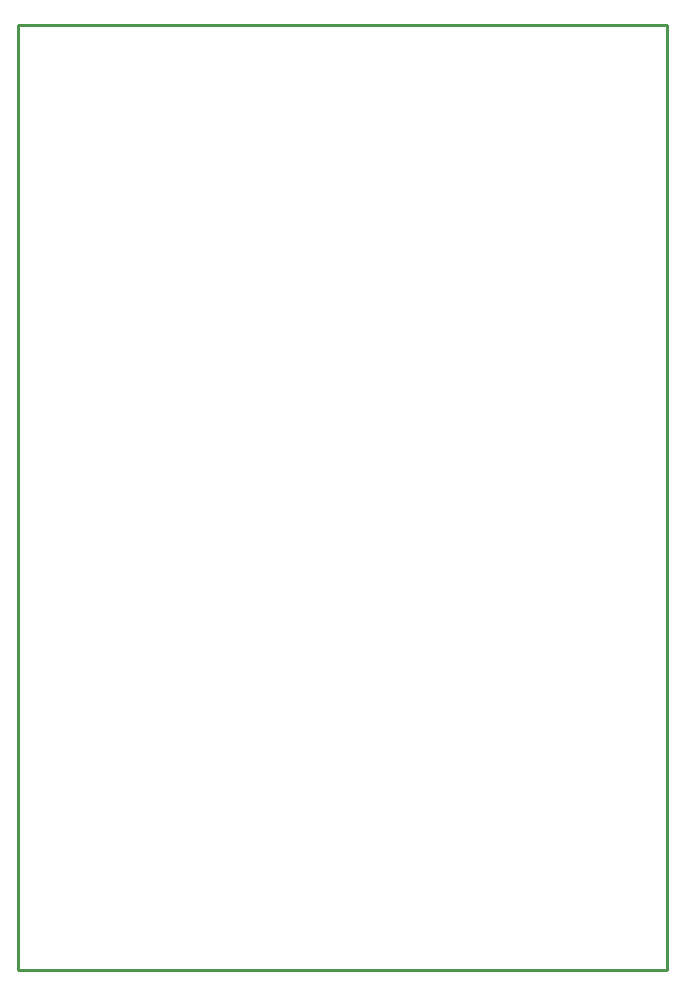
<source format=gbr>
G04 EAGLE Gerber RS-274X export*
G75*
%MOMM*%
%FSLAX34Y34*%
%LPD*%
%IN*%
%IPPOS*%
%AMOC8*
5,1,8,0,0,1.08239X$1,22.5*%
G01*
G04 Define Apertures*
%ADD10C,0.254000*%
D10*
X0Y0D02*
X550000Y0D01*
X550000Y800000D01*
X0Y800000D01*
X0Y0D01*
M02*

</source>
